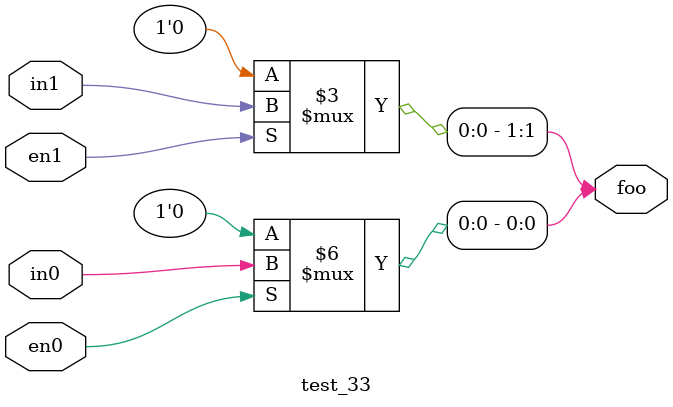
<source format=v>
module test_33
  (output reg [1:0] foo,
   input wire in0, en0,
   input wire in1, en1
   );
   localparam foo_default = 2'b00;
   always @*
     begin
	foo = foo_default;
	if (en0) foo[0] = in0;
	if (en1) foo[1] = in1;
     end
endmodule
</source>
